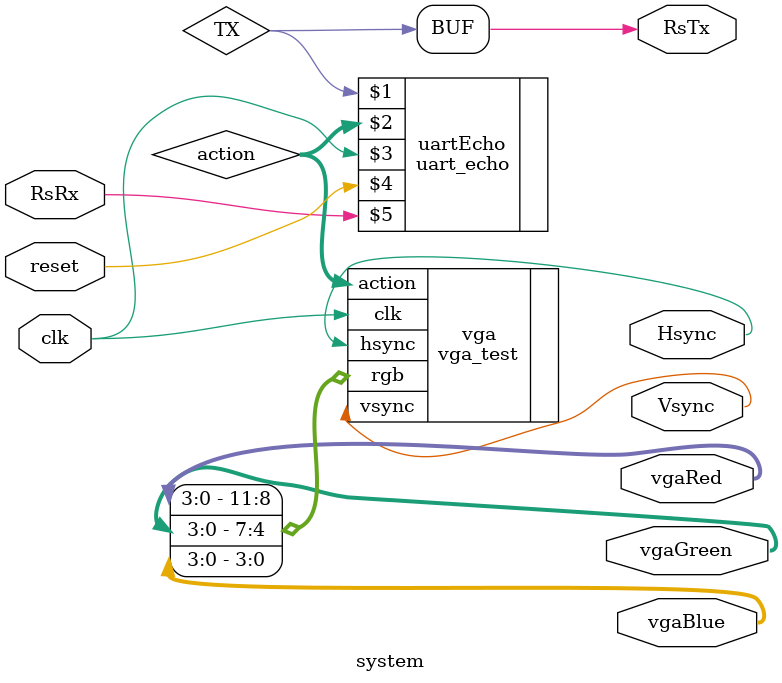
<source format=v>
`timescale 1ns / 1ps
module system(
    output wire RsTx,
    input wire RsRx,
    output wire [3:0]vgaRed, vgaGreen, vgaBlue,
    output wire Hsync, Vsync,
    input reset,
    input clk
    );
wire [3:0] action;
vga_test vga(
    .clk(clk),
    .action(action),
    .hsync(Hsync),
    .vsync(Vsync),
    .rgb({vgaRed, vgaGreen, vgaBlue})
);

wire TX;
//wire transmit;
assign RsTx = TX;
uart_echo uartEcho (/*AUTOARG*/
   // Outputs
   TX, action,
   // Inputs
   clk, reset, RsRx
   );
endmodule

</source>
